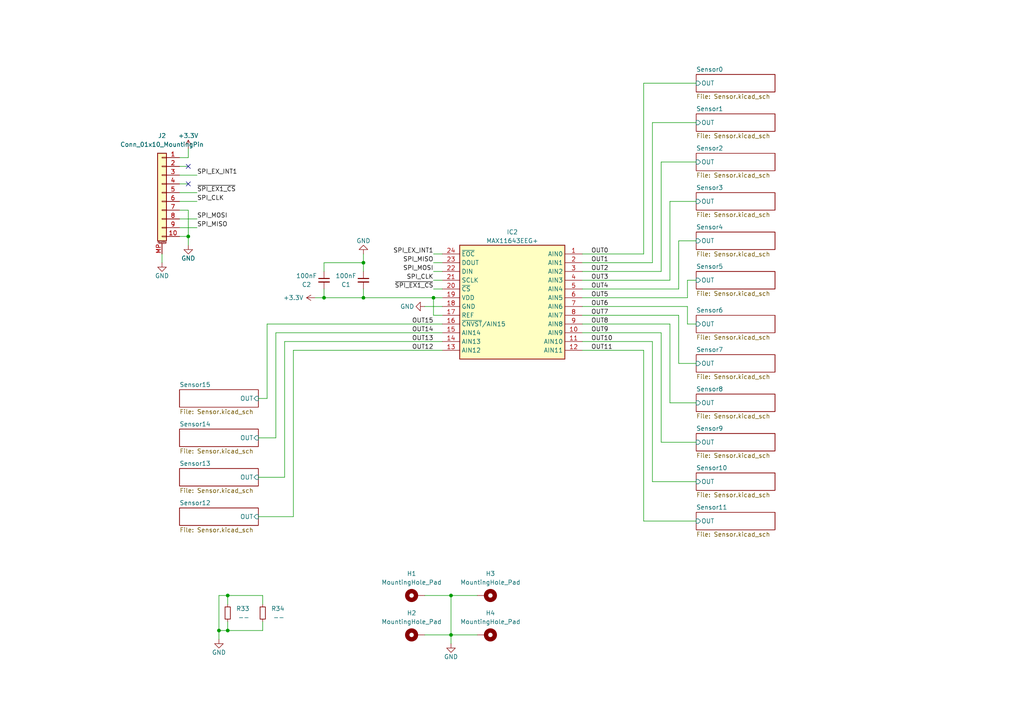
<source format=kicad_sch>
(kicad_sch (version 20230121) (generator eeschema)
  (paper "A4")
  (lib_symbols
    (symbol "Connector_Generic_MountingPin:Conn_01x10_MountingPin" (pin_names (offset 1.016) hide)
      (property "Reference" "J" (at 0 12.7 0))
      (property "Value" "Conn_01x10_MountingPin" (at 1.27 -15.24 0))
      (symbol "Conn_01x10_MountingPin_1_1"
        (rectangle (start -1.27 -12.573) (end 0 -12.827) (stroke (width 0.1524)))
        (rectangle (start -1.27 -10.033) (end 0 -10.287) (stroke (width 0.1524)))
        (rectangle (start -1.27 -7.493) (end 0 -7.747) (stroke (width 0.1524)))
        (rectangle (start -1.27 -4.953) (end 0 -5.207) (stroke (width 0.1524)))
        (rectangle (start -1.27 -2.413) (end 0 -2.667) (stroke (width 0.1524)))
        (rectangle (start -1.27 0.127) (end 0 -0.127) (stroke (width 0.1524)))
        (rectangle (start -1.27 2.667) (end 0 2.413) (stroke (width 0.1524)))
        (rectangle (start -1.27 5.207) (end 0 4.953) (stroke (width 0.1524)))
        (rectangle (start -1.27 7.747) (end 0 7.493) (stroke (width 0.1524)))
        (rectangle (start -1.27 10.287) (end 0 10.033) (stroke (width 0.1524)))
        (rectangle (start -1.27 11.43) (end 1.27 -13.97) (stroke (width 0.254)) (fill (type background)))
        (polyline (pts (xy -1.016 -14.732) (xy 1.016 -14.732)) (stroke (width 0.1524)))
        (text "Mounting" (at 0 -14.351 0) (effects (font (size 0.381 0.381))))
        (pin passive line (at -5.08 10.16 0) (length 3.81) (name "Pin_1") (number "1"))
        (pin passive line (at -5.08 -12.7 0) (length 3.81) (name "Pin_10") (number "10"))
        (pin passive line (at -5.08 7.62 0) (length 3.81) (name "Pin_2") (number "2"))
        (pin passive line (at -5.08 5.08 0) (length 3.81) (name "Pin_3") (number "3"))
        (pin passive line (at -5.08 2.54 0) (length 3.81) (name "Pin_4") (number "4"))
        (pin passive line (at -5.08 0 0) (length 3.81) (name "Pin_5") (number "5"))
        (pin passive line (at -5.08 -2.54 0) (length 3.81) (name "Pin_6") (number "6"))
        (pin passive line (at -5.08 -5.08 0) (length 3.81) (name "Pin_7") (number "7"))
        (pin passive line (at -5.08 -7.62 0) (length 3.81) (name "Pin_8") (number "8"))
        (pin passive line (at -5.08 -10.16 0) (length 3.81) (name "Pin_9") (number "9"))
        (pin passive line (at 0 -17.78 90) (length 3.048) (name "MountPin") (number "MP"))
      )
    )
    (symbol "Device:C_Small" (pin_numbers hide) (pin_names (offset 0.254) hide)
      (property "Reference" "C" (at 0.254 1.778 0))
      (property "Value" "C_Small" (at 0.254 -2.032 0))
      (symbol "C_Small_0_1"
        (polyline (pts (xy -1.524 -0.508) (xy 1.524 -0.508)) (stroke (width 0.3302)))
        (polyline (pts (xy -1.524 0.508) (xy 1.524 0.508)) (stroke (width 0.3048)))
      )
      (symbol "C_Small_1_1"
        (pin passive line (at 0 2.54 270) (length 2.032) (name "~") (number "1"))
        (pin passive line (at 0 -2.54 90) (length 2.032) (name "~") (number "2"))
      )
    )
    (symbol "Device:R_Small" (pin_numbers hide) (pin_names (offset 0.254) hide)
      (property "Reference" "R" (at 0.762 0.508 0))
      (property "Value" "R_Small" (at 0.762 -1.016 0))
      (symbol "R_Small_0_1"
        (rectangle (start -0.762 1.778) (end 0.762 -1.778) (stroke (width 0.2032)))
      )
      (symbol "R_Small_1_1"
        (pin passive line (at 0 2.54 270) (length 0.762) (name "~") (number "1"))
        (pin passive line (at 0 -2.54 90) (length 0.762) (name "~") (number "2"))
      )
    )
    (symbol "Mechanical:MountingHole_Pad" (pin_numbers hide) (pin_names (offset 1.016) hide)
      (property "Reference" "H" (at 0 6.35 0))
      (property "Value" "MountingHole_Pad" (at 0 4.445 0))
      (symbol "MountingHole_Pad_0_1"
        (circle (center 0 1.27) (radius 1.27) (stroke (width 1.27)))
      )
      (symbol "MountingHole_Pad_1_1"
        (pin input line (at 0 -2.54 90) (length 2.54) (name "1") (number "1"))
      )
    )
    (symbol "Samacsys_kicad_sym:MAX11643EEG+"
      (property "Reference" "IC" (at 36.83 7.62 0))
      (property "Value" "MAX11643EEG+" (at 36.83 5.08 0))
      (symbol "MAX11643EEG+_1_1"
        (rectangle (start -15.24 16.51) (end 15.24 -16.51) (stroke (width 0.254)) (fill (type background)))
        (pin passive line (at -20.32 13.97 0) (length 5.08) (name "AIN0") (number "1"))
        (pin passive line (at -20.32 -8.89 0) (length 5.08) (name "AIN9") (number "10"))
        (pin passive line (at -20.32 -11.43 0) (length 5.08) (name "AIN10") (number "11"))
        (pin passive line (at -20.32 -13.97 0) (length 5.08) (name "AIN11") (number "12"))
        (pin passive line (at 20.32 -13.97 180) (length 5.08) (name "AIN12") (number "13"))
        (pin passive line (at 20.32 -11.43 180) (length 5.08) (name "AIN13") (number "14"))
        (pin passive line (at 20.32 -8.89 180) (length 5.08) (name "AIN14") (number "15"))
        (pin passive line (at 20.32 -6.35 180) (length 5.08) (name "~{CNVST}/AIN15") (number "16"))
        (pin passive line (at 20.32 -3.81 180) (length 5.08) (name "REF") (number "17"))
        (pin passive line (at 20.32 -1.27 180) (length 5.08) (name "GND") (number "18"))
        (pin passive line (at 20.32 1.27 180) (length 5.08) (name "VDD") (number "19"))
        (pin passive line (at -20.32 11.43 0) (length 5.08) (name "AIN1") (number "2"))
        (pin passive line (at 20.32 3.81 180) (length 5.08) (name "~{CS}") (number "20"))
        (pin passive line (at 20.32 6.35 180) (length 5.08) (name "SCLK") (number "21"))
        (pin passive line (at 20.32 8.89 180) (length 5.08) (name "DIN") (number "22"))
        (pin passive line (at 20.32 11.43 180) (length 5.08) (name "DOUT") (number "23"))
        (pin passive line (at 20.32 13.97 180) (length 5.08) (name "~{EOC}") (number "24"))
        (pin passive line (at -20.32 8.89 0) (length 5.08) (name "AIN2") (number "3"))
        (pin passive line (at -20.32 6.35 0) (length 5.08) (name "AIN3") (number "4"))
        (pin passive line (at -20.32 3.81 0) (length 5.08) (name "AIN4") (number "5"))
        (pin passive line (at -20.32 1.27 0) (length 5.08) (name "AIN5") (number "6"))
        (pin passive line (at -20.32 -1.27 0) (length 5.08) (name "AIN6") (number "7"))
        (pin passive line (at -20.32 -3.81 0) (length 5.08) (name "AIN7") (number "8"))
        (pin passive line (at -20.32 -6.35 0) (length 5.08) (name "AIN8") (number "9"))
      )
    )
    (symbol "power:+3.3V" (power) (pin_names (offset 0))
      (property "Value" "+3.3V" (at 0 3.556 0))
      (symbol "+3.3V_0_1"
        (polyline (pts (xy -0.762 1.27) (xy 0 2.54)))
        (polyline (pts (xy 0 0) (xy 0 2.54)))
        (polyline (pts (xy 0 2.54) (xy 0.762 1.27)))
      )
      (symbol "+3.3V_1_1"
        (pin power_in line (at 0 0 90) (length 0) hide (name "+3.3V") (number "1"))
      )
    )
    (symbol "power:GND" (power) (pin_names (offset 0))
      (property "Value" "GND" (at 0 -3.81 0))
      (symbol "GND_0_1"
        (polyline (pts (xy 0 0) (xy 0 -1.27) (xy 1.27 -1.27) (xy 0 -2.54) (xy -1.27 -1.27) (xy 0 -1.27)))
      )
      (symbol "GND_1_1"
        (pin power_in line (at 0 0 270) (length 0) hide (name "GND") (number "1"))
      )
    )
  )
  (junction (at 105.41 86.36))
  (junction (at 66.04 172.72))
  (junction (at 54.61 68.58))
  (junction (at 105.41 76.2))
  (junction (at 130.81 184.15))
  (junction (at 63.5 182.88))
  (junction (at 66.04 182.88))
  (junction (at 130.81 172.72))
  (junction (at 125.73 86.36))
  (junction (at 93.98 86.36))
  (no_connect (at 54.61 48.26))
  (no_connect (at 54.61 53.34))
  (wire (pts (xy 201.93 81.28) (xy 199.39 81.28)))
  (wire (pts (xy 52.07 50.8) (xy 57.15 50.8)))
  (wire (pts (xy 128.27 99.06) (xy 82.55 99.06)))
  (wire (pts (xy 125.73 78.74) (xy 128.27 78.74)))
  (wire (pts (xy 196.85 91.44) (xy 168.91 91.44)))
  (wire (pts (xy 123.19 88.9) (xy 128.27 88.9)))
  (wire (pts (xy 168.91 93.98) (xy 194.31 93.98)))
  (wire (pts (xy 196.85 105.41) (xy 196.85 91.44)))
  (wire (pts (xy 125.73 76.2) (xy 128.27 76.2)))
  (wire (pts (xy 105.41 76.2) (xy 105.41 78.74)))
  (wire (pts (xy 201.93 105.41) (xy 196.85 105.41)))
  (wire (pts (xy 125.73 73.66) (xy 128.27 73.66)))
  (wire (pts (xy 191.77 78.74) (xy 168.91 78.74)))
  (wire (pts (xy 199.39 81.28) (xy 199.39 86.36)))
  (wire (pts (xy 123.19 184.15) (xy 130.81 184.15)))
  (wire (pts (xy 52.07 66.04) (xy 57.15 66.04)))
  (wire (pts (xy 66.04 182.88) (xy 66.04 180.34)))
  (wire (pts (xy 130.81 172.72) (xy 130.81 184.15)))
  (wire (pts (xy 191.77 96.52) (xy 168.91 96.52)))
  (wire (pts (xy 125.73 81.28) (xy 128.27 81.28)))
  (wire (pts (xy 66.04 175.26) (xy 66.04 172.72)))
  (wire (pts (xy 63.5 182.88) (xy 66.04 182.88)))
  (wire (pts (xy 54.61 68.58) (xy 54.61 60.96)))
  (wire (pts (xy 186.69 24.13) (xy 186.69 73.66)))
  (wire (pts (xy 189.23 139.7) (xy 189.23 99.06)))
  (wire (pts (xy 201.93 69.85) (xy 196.85 69.85)))
  (wire (pts (xy 52.07 55.88) (xy 57.15 55.88)))
  (wire (pts (xy 168.91 76.2) (xy 189.23 76.2)))
  (wire (pts (xy 201.93 24.13) (xy 186.69 24.13)))
  (wire (pts (xy 201.93 46.99) (xy 191.77 46.99)))
  (wire (pts (xy 191.77 46.99) (xy 191.77 78.74)))
  (wire (pts (xy 77.47 93.98) (xy 128.27 93.98)))
  (wire (pts (xy 130.81 172.72) (xy 138.43 172.72)))
  (wire (pts (xy 52.07 45.72) (xy 54.61 45.72)))
  (wire (pts (xy 125.73 86.36) (xy 125.73 91.44)))
  (wire (pts (xy 52.07 53.34) (xy 54.61 53.34)))
  (wire (pts (xy 76.2 175.26) (xy 76.2 172.72)))
  (wire (pts (xy 76.2 172.72) (xy 66.04 172.72)))
  (wire (pts (xy 123.19 172.72) (xy 130.81 172.72)))
  (wire (pts (xy 52.07 58.42) (xy 57.15 58.42)))
  (wire (pts (xy 128.27 96.52) (xy 80.01 96.52)))
  (wire (pts (xy 191.77 128.27) (xy 191.77 96.52)))
  (wire (pts (xy 91.44 86.36) (xy 93.98 86.36)))
  (wire (pts (xy 105.41 86.36) (xy 125.73 86.36)))
  (wire (pts (xy 54.61 60.96) (xy 52.07 60.96)))
  (wire (pts (xy 93.98 76.2) (xy 105.41 76.2)))
  (wire (pts (xy 82.55 99.06) (xy 82.55 138.43)))
  (wire (pts (xy 196.85 69.85) (xy 196.85 83.82)))
  (wire (pts (xy 189.23 99.06) (xy 168.91 99.06)))
  (wire (pts (xy 85.09 149.86) (xy 74.93 149.86)))
  (wire (pts (xy 189.23 76.2) (xy 189.23 35.56)))
  (wire (pts (xy 52.07 48.26) (xy 54.61 48.26)))
  (wire (pts (xy 54.61 43.18) (xy 54.61 45.72)))
  (wire (pts (xy 80.01 96.52) (xy 80.01 127)))
  (wire (pts (xy 186.69 73.66) (xy 168.91 73.66)))
  (wire (pts (xy 77.47 93.98) (xy 77.47 115.57)))
  (wire (pts (xy 201.93 116.84) (xy 194.31 116.84)))
  (wire (pts (xy 199.39 88.9) (xy 199.39 93.98)))
  (wire (pts (xy 93.98 78.74) (xy 93.98 76.2)))
  (wire (pts (xy 105.41 76.2) (xy 105.41 73.66)))
  (wire (pts (xy 77.47 115.57) (xy 74.93 115.57)))
  (wire (pts (xy 63.5 172.72) (xy 63.5 182.88)))
  (wire (pts (xy 105.41 86.36) (xy 105.41 83.82)))
  (wire (pts (xy 54.61 68.58) (xy 54.61 71.12)))
  (wire (pts (xy 125.73 91.44) (xy 128.27 91.44)))
  (wire (pts (xy 194.31 81.28) (xy 168.91 81.28)))
  (wire (pts (xy 80.01 127) (xy 74.93 127)))
  (wire (pts (xy 199.39 93.98) (xy 201.93 93.98)))
  (wire (pts (xy 201.93 128.27) (xy 191.77 128.27)))
  (wire (pts (xy 130.81 184.15) (xy 138.43 184.15)))
  (wire (pts (xy 82.55 138.43) (xy 74.93 138.43)))
  (wire (pts (xy 128.27 101.6) (xy 85.09 101.6)))
  (wire (pts (xy 76.2 180.34) (xy 76.2 182.88)))
  (wire (pts (xy 189.23 35.56) (xy 201.93 35.56)))
  (wire (pts (xy 63.5 182.88) (xy 63.5 185.42)))
  (wire (pts (xy 168.91 88.9) (xy 199.39 88.9)))
  (wire (pts (xy 85.09 101.6) (xy 85.09 149.86)))
  (wire (pts (xy 186.69 151.13) (xy 186.69 101.6)))
  (wire (pts (xy 66.04 182.88) (xy 76.2 182.88)))
  (wire (pts (xy 66.04 172.72) (xy 63.5 172.72)))
  (wire (pts (xy 196.85 83.82) (xy 168.91 83.82)))
  (wire (pts (xy 130.81 184.15) (xy 130.81 186.69)))
  (wire (pts (xy 93.98 86.36) (xy 93.98 83.82)))
  (wire (pts (xy 194.31 58.42) (xy 194.31 81.28)))
  (wire (pts (xy 128.27 86.36) (xy 125.73 86.36)))
  (wire (pts (xy 125.73 83.82) (xy 128.27 83.82)))
  (wire (pts (xy 201.93 139.7) (xy 189.23 139.7)))
  (wire (pts (xy 201.93 151.13) (xy 186.69 151.13)))
  (wire (pts (xy 93.98 86.36) (xy 105.41 86.36)))
  (wire (pts (xy 186.69 101.6) (xy 168.91 101.6)))
  (wire (pts (xy 46.99 73.66) (xy 46.99 76.2)))
  (wire (pts (xy 201.93 58.42) (xy 194.31 58.42)))
  (wire (pts (xy 52.07 68.58) (xy 54.61 68.58)))
  (wire (pts (xy 52.07 63.5) (xy 57.15 63.5)))
  (wire (pts (xy 194.31 116.84) (xy 194.31 93.98)))
  (wire (pts (xy 168.91 86.36) (xy 199.39 86.36)))
  (label "~{SPI_EX1_CS}" (at 125.73 83.82 180))
  (label "OUT12" (at 125.73 101.6 180))
  (label "~{SPI_EX1_CS}" (at 57.15 55.88 0))
  (label "OUT3" (at 171.45 81.28 0))
  (label "OUT14" (at 125.73 96.52 180))
  (label "OUT4" (at 171.45 83.82 0))
  (label "OUT2" (at 171.45 78.74 0))
  (label "SPI_EX_INT1" (at 57.15 50.8 0))
  (label "SPI_EX_INT1" (at 125.73 73.66 180))
  (label "OUT7" (at 171.45 91.44 0))
  (label "SPI_MOSI" (at 125.73 78.74 180))
  (label "OUT8" (at 171.45 93.98 0))
  (label "OUT13" (at 125.73 99.06 180))
  (label "OUT5" (at 171.45 86.36 0))
  (label "SPI_CLK" (at 57.15 58.42 0))
  (label "OUT6" (at 171.45 88.9 0))
  (label "OUT11" (at 171.45 101.6 0))
  (label "OUT10" (at 171.45 99.06 0))
  (label "OUT0" (at 171.45 73.66 0))
  (label "SPI_MOSI" (at 57.15 63.5 0))
  (label "OUT9" (at 171.45 96.52 0))
  (label "SPI_MISO" (at 57.15 66.04 0))
  (label "SPI_CLK" (at 125.73 81.28 180))
  (label "OUT15" (at 125.73 93.98 180))
  (label "SPI_MISO" (at 125.73 76.2 180))
  (label "OUT1" (at 171.45 76.2 0))
  (symbol (lib_id "Device:R_Small") (at 66.04 177.8 0) (mirror y) (unit 1)
    (property "Reference" "R33" (at 72.39 176.53 0) (effects (justify left)))
    (property "Value" "--" (at 72.39 179.07 0) (effects (justify left)))
    (property "Footprint" "Resistor_THT:R_Axial_DIN0207_L6.3mm_D2.5mm_P7.62mm_Horizontal" (effects hide))
  )
  (symbol (lib_id "Mechanical:MountingHole_Pad") (at 120.65 184.15 90) (unit 1)
    (property "Reference" "H2" (at 119.38 177.8 90))
    (property "Value" "MountingHole_Pad" (at 119.38 180.34 90))
    (property "Footprint" "MountingHole:MountingHole_3.2mm_M3_Pad_Via" (effects hide))
  )
  (symbol (lib_id "power:GND") (at 63.5 185.42 0) (mirror y) (unit 1)
    (property "Reference" "#PWR070" (effects hide))
    (property "Value" "GND" (at 63.5 189.23 0))
  )
  (symbol (lib_id "Device:R_Small") (at 76.2 177.8 0) (mirror y) (unit 1)
    (property "Reference" "R34" (at 82.55 176.53 0) (effects (justify left)))
    (property "Value" "--" (at 82.55 179.07 0) (effects (justify left)))
    (property "Footprint" "Resistor_THT:R_Axial_DIN0207_L6.3mm_D2.5mm_P7.62mm_Horizontal" (effects hide))
  )
  (symbol (lib_id "Device:C_Small") (at 93.98 81.28 0) (mirror y) (unit 1)
    (property "Reference" "C2" (at 88.9 82.55 0))
    (property "Value" "100nF" (at 88.9 80.01 0))
    (property "Footprint" "Capacitor_SMD:C_0603_1608Metric" (effects hide))
    (property "Manufacturer_Name" "--" (effects hide))
    (property "Manufacturer_Part_Number" "--" (effects hide))
    (property "Dodane do zamówienia" "1" (effects hide))
  )
  (symbol (lib_id "power:GND") (at 105.41 73.66 0) (mirror x) (unit 1)
    (property "Reference" "#PWR05" (effects hide))
    (property "Value" "GND" (at 105.41 69.85 0))
  )
  (symbol (lib_id "power:+3.3V") (at 54.61 43.18 0) (unit 1)
    (property "Reference" "#PWR01" (effects hide))
    (property "Value" "+3.3V" (at 54.61 39.37 0))
  )
  (symbol (lib_id "power:GND") (at 130.81 186.69 0) (unit 1)
    (property "Reference" "#PWR071" (effects hide))
    (property "Value" "GND" (at 130.81 190.5 0))
  )
  (symbol (lib_id "power:GND") (at 123.19 88.9 270) (unit 1)
    (property "Reference" "#PWR03" (effects hide))
    (property "Value" "GND" (at 118.11 88.9 90))
  )
  (symbol (lib_id "power:GND") (at 54.61 71.12 0) (unit 1)
    (property "Reference" "#PWR02" (effects hide))
    (property "Value" "GND" (at 54.61 74.93 0))
  )
  (symbol (lib_id "Mechanical:MountingHole_Pad") (at 120.65 172.72 90) (unit 1)
    (property "Reference" "H1" (at 119.38 166.37 90))
    (property "Value" "MountingHole_Pad" (at 119.38 168.91 90))
    (property "Footprint" "MountingHole:MountingHole_3.2mm_M3_Pad_Via" (effects hide))
  )
  (symbol (lib_id "Mechanical:MountingHole_Pad") (at 140.97 184.15 270) (mirror x) (unit 1)
    (property "Reference" "H4" (at 142.24 177.8 90))
    (property "Value" "MountingHole_Pad" (at 142.24 180.34 90))
    (property "Footprint" "MountingHole:MountingHole_3.2mm_M3_Pad_Via" (effects hide))
  )
  (symbol (lib_id "Connector_Generic_MountingPin:Conn_01x10_MountingPin") (at 46.99 55.88 0) (mirror y) (unit 1)
    (property "Reference" "J2" (at 46.99 39.37 0))
    (property "Value" "Conn_01x10_MountingPin" (at 46.99 41.91 0))
    (property "Footprint" "Connector_FFC-FPC:Molex_200528-0100_1x10-1MP_P1.00mm_Horizontal" (effects hide))
  )
  (symbol (lib_id "Device:C_Small") (at 105.41 81.28 0) (mirror y) (unit 1)
    (property "Reference" "C1" (at 100.33 82.55 0))
    (property "Value" "100nF" (at 100.33 80.01 0))
    (property "Footprint" "Capacitor_SMD:C_0603_1608Metric" (effects hide))
    (property "Manufacturer_Name" "--" (effects hide))
    (property "Manufacturer_Part_Number" "--" (effects hide))
    (property "Dodane do zamówienia" "1" (effects hide))
  )
  (symbol (lib_id "power:+3.3V") (at 91.44 86.36 90) (unit 1)
    (property "Reference" "#PWR04" (effects hide))
    (property "Value" "+3.3V" (at 85.09 86.36 90))
  )
  (symbol (lib_id "Mechanical:MountingHole_Pad") (at 140.97 172.72 270) (mirror x) (unit 1)
    (property "Reference" "H3" (at 142.24 166.37 90))
    (property "Value" "MountingHole_Pad" (at 142.24 168.91 90))
    (property "Footprint" "MountingHole:MountingHole_3.2mm_M3_Pad_Via" (effects hide))
  )
  (symbol (lib_id "power:GND") (at 46.99 76.2 0) (unit 1)
    (property "Reference" "#PWR072" (effects hide))
    (property "Value" "GND" (at 46.99 80.01 0))
  )
  (symbol (lib_id "Samacsys_kicad_sym:MAX11643EEG+") (at 148.59 87.63 0) (mirror y) (unit 1)
    (property "Reference" "IC2" (at 148.59 67.31 0))
    (property "Value" "MAX11643EEG+" (at 148.59 69.85 0))
    (property "Footprint" "Samacsys:SOP64P602X175-24N" (effects hide))
    (property "Datasheet" "https://www.analog.com/media/en/technical-documentation/data-sheets/MAX11638-MAX11643.pdf" (effects hide))
    (property "Height" "1.75" (effects hide))
    (property "Mouser Part Number" "700-MAX11643EEG+" (effects hide))
    (property "Mouser Price/Stock" "https://www.mouser.co.uk/ProductDetail/Maxim-Integrated/MAX11643EEG%2b?qs=2cAdsCoAWRHXsFcr7bYeTQ%3D%3D" (effects hide))
    (property "Manufacturer_Name" "Analog Devices" (effects hide))
    (property "Manufacturer_Part_Number" "MAX11643EEG+" (effects hide))
  )
  (sheet (at 52.07 113.03) (size 22.86 5.08) (stroke (width 0.1524))
    (property "Sheetname" "Sensor15" (at 52.07 112.3184 0) (effects (justify left bottom)))
    (property "Sheetfile" "Sensor.kicad_sch" (at 52.07 118.6946 0) (effects (justify left top)))
    (pin "OUT" input (at 74.93 115.57 0))
  )
  (sheet (at 201.93 125.73) (size 22.86 5.08) (stroke (width 0.1524))
    (property "Sheetname" "Sensor9" (at 201.93 125.0184 0) (effects (justify left bottom)))
    (property "Sheetfile" "Sensor.kicad_sch" (at 201.93 131.3946 0) (effects (justify left top)))
    (pin "OUT" input (at 201.93 128.27 180))
  )
  (sheet (at 201.93 78.74) (size 22.86 5.08) (stroke (width 0.1524))
    (property "Sheetname" "Sensor5" (at 201.93 78.0284 0) (effects (justify left bottom)))
    (property "Sheetfile" "Sensor.kicad_sch" (at 201.93 84.4046 0) (effects (justify left top)))
    (pin "OUT" input (at 201.93 81.28 180))
  )
  (sheet (at 52.07 124.46) (size 22.86 5.08) (stroke (width 0.1524))
    (property "Sheetname" "Sensor14" (at 52.07 123.7484 0) (effects (justify left bottom)))
    (property "Sheetfile" "Sensor.kicad_sch" (at 52.07 130.1246 0) (effects (justify left top)))
    (pin "OUT" input (at 74.93 127 0))
  )
  (sheet (at 201.93 91.44) (size 22.86 5.08) (stroke (width 0.1524))
    (property "Sheetname" "Sensor6" (at 201.93 90.7284 0) (effects (justify left bottom)))
    (property "Sheetfile" "Sensor.kicad_sch" (at 201.93 97.1046 0) (effects (justify left top)))
    (pin "OUT" input (at 201.93 93.98 180))
  )
  (sheet (at 201.93 137.16) (size 22.86 5.08) (stroke (width 0.1524))
    (property "Sheetname" "Sensor10" (at 201.93 136.4484 0) (effects (justify left bottom)))
    (property "Sheetfile" "Sensor.kicad_sch" (at 201.93 142.8246 0) (effects (justify left top)))
    (pin "OUT" input (at 201.93 139.7 180))
  )
  (sheet (at 201.93 114.3) (size 22.86 5.08) (stroke (width 0.1524))
    (property "Sheetname" "Sensor8" (at 201.93 113.5884 0) (effects (justify left bottom)))
    (property "Sheetfile" "Sensor.kicad_sch" (at 201.93 119.9646 0) (effects (justify left top)))
    (pin "OUT" input (at 201.93 116.84 180))
  )
  (sheet (at 201.93 55.88) (size 22.86 5.08) (stroke (width 0.1524))
    (property "Sheetname" "Sensor3" (at 201.93 55.1684 0) (effects (justify left bottom)))
    (property "Sheetfile" "Sensor.kicad_sch" (at 201.93 61.5446 0) (effects (justify left top)))
    (pin "OUT" input (at 201.93 58.42 180))
  )
  (sheet (at 201.93 44.45) (size 22.86 5.08) (stroke (width 0.1524))
    (property "Sheetname" "Sensor2" (at 201.93 43.7384 0) (effects (justify left bottom)))
    (property "Sheetfile" "Sensor.kicad_sch" (at 201.93 50.1146 0) (effects (justify left top)))
    (pin "OUT" input (at 201.93 46.99 180))
  )
  (sheet (at 201.93 21.59) (size 22.86 5.08) (stroke (width 0.1524))
    (property "Sheetname" "Sensor0" (at 201.93 20.8784 0) (effects (justify left bottom)))
    (property "Sheetfile" "Sensor.kicad_sch" (at 201.93 27.2546 0) (effects (justify left top)))
    (pin "OUT" input (at 201.93 24.13 180))
  )
  (sheet (at 201.93 67.31) (size 22.86 5.08) (stroke (width 0.1524))
    (property "Sheetname" "Sensor4" (at 201.93 66.5984 0) (effects (justify left bottom)))
    (property "Sheetfile" "Sensor.kicad_sch" (at 201.93 72.9746 0) (effects (justify left top)))
    (pin "OUT" input (at 201.93 69.85 180))
  )
  (sheet (at 52.07 147.32) (size 22.86 5.08) (stroke (width 0.1524))
    (property "Sheetname" "Sensor12" (at 52.07 146.6084 0) (effects (justify left bottom)))
    (property "Sheetfile" "Sensor.kicad_sch" (at 52.07 152.9846 0) (effects (justify left top)))
    (pin "OUT" input (at 74.93 149.86 0))
  )
  (sheet (at 52.07 135.89) (size 22.86 5.08) (stroke (width 0.1524))
    (property "Sheetname" "Sensor13" (at 52.07 135.1784 0) (effects (justify left bottom)))
    (property "Sheetfile" "Sensor.kicad_sch" (at 52.07 141.5546 0) (effects (justify left top)))
    (pin "OUT" input (at 74.93 138.43 0))
  )
  (sheet (at 201.93 33.02) (size 22.86 5.08) (stroke (width 0.1524))
    (property "Sheetname" "Sensor1" (at 201.93 32.3084 0) (effects (justify left bottom)))
    (property "Sheetfile" "Sensor.kicad_sch" (at 201.93 38.6846 0) (effects (justify left top)))
    (pin "OUT" input (at 201.93 35.56 180))
  )
  (sheet (at 201.93 148.59) (size 22.86 5.08) (stroke (width 0.1524))
    (property "Sheetname" "Sensor11" (at 201.93 147.8784 0) (effects (justify left bottom)))
    (property "Sheetfile" "Sensor.kicad_sch" (at 201.93 154.2546 0) (effects (justify left top)))
    (pin "OUT" input (at 201.93 151.13 180))
  )
  (sheet (at 201.93 102.87) (size 22.86 5.08) (stroke (width 0.1524))
    (property "Sheetname" "Sensor7" (at 201.93 102.1584 0) (effects (justify left bottom)))
    (property "Sheetfile" "Sensor.kicad_sch" (at 201.93 108.5346 0) (effects (justify left top)))
    (pin "OUT" input (at 201.93 105.41 180))
  )
)
</source>
